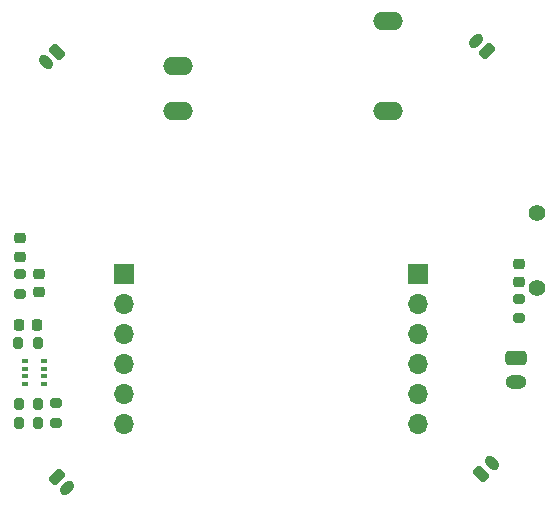
<source format=gbr>
%TF.GenerationSoftware,KiCad,Pcbnew,9.0.0*%
%TF.CreationDate,2025-04-14T11:35:23+05:30*%
%TF.ProjectId,esp32_quad_baro_bootser_nousb_BMP,65737033-325f-4717-9561-645f6261726f,rev?*%
%TF.SameCoordinates,Original*%
%TF.FileFunction,Soldermask,Bot*%
%TF.FilePolarity,Negative*%
%FSLAX46Y46*%
G04 Gerber Fmt 4.6, Leading zero omitted, Abs format (unit mm)*
G04 Created by KiCad (PCBNEW 9.0.0) date 2025-04-14 11:35:23*
%MOMM*%
%LPD*%
G01*
G04 APERTURE LIST*
G04 Aperture macros list*
%AMRoundRect*
0 Rectangle with rounded corners*
0 $1 Rounding radius*
0 $2 $3 $4 $5 $6 $7 $8 $9 X,Y pos of 4 corners*
0 Add a 4 corners polygon primitive as box body*
4,1,4,$2,$3,$4,$5,$6,$7,$8,$9,$2,$3,0*
0 Add four circle primitives for the rounded corners*
1,1,$1+$1,$2,$3*
1,1,$1+$1,$4,$5*
1,1,$1+$1,$6,$7*
1,1,$1+$1,$8,$9*
0 Add four rect primitives between the rounded corners*
20,1,$1+$1,$2,$3,$4,$5,0*
20,1,$1+$1,$4,$5,$6,$7,0*
20,1,$1+$1,$6,$7,$8,$9,0*
20,1,$1+$1,$8,$9,$2,$3,0*%
%AMHorizOval*
0 Thick line with rounded ends*
0 $1 width*
0 $2 $3 position (X,Y) of the first rounded end (center of the circle)*
0 $4 $5 position (X,Y) of the second rounded end (center of the circle)*
0 Add line between two ends*
20,1,$1,$2,$3,$4,$5,0*
0 Add two circle primitives to create the rounded ends*
1,1,$1,$2,$3*
1,1,$1,$4,$5*%
G04 Aperture macros list end*
%ADD10O,2.540000X1.524000*%
%ADD11RoundRect,0.250000X-0.650000X0.350000X-0.650000X-0.350000X0.650000X-0.350000X0.650000X0.350000X0*%
%ADD12O,1.800000X1.200000*%
%ADD13C,1.400000*%
%ADD14RoundRect,0.225000X-0.176777X0.494975X-0.494975X0.176777X0.176777X-0.494975X0.494975X-0.176777X0*%
%ADD15HorizOval,0.900000X-0.176777X0.176777X0.176777X-0.176777X0*%
%ADD16RoundRect,0.225000X0.176777X-0.494975X0.494975X-0.176777X-0.176777X0.494975X-0.494975X0.176777X0*%
%ADD17R,1.700000X1.700000*%
%ADD18O,1.700000X1.700000*%
%ADD19RoundRect,0.225000X0.494975X0.176777X0.176777X0.494975X-0.494975X-0.176777X-0.176777X-0.494975X0*%
%ADD20HorizOval,0.900000X0.176777X0.176777X-0.176777X-0.176777X0*%
%ADD21RoundRect,0.225000X-0.494975X-0.176777X-0.176777X-0.494975X0.494975X0.176777X0.176777X0.494975X0*%
%ADD22HorizOval,0.900000X-0.176777X-0.176777X0.176777X0.176777X0*%
%ADD23R,0.500000X0.350000*%
%ADD24RoundRect,0.225000X0.225000X0.250000X-0.225000X0.250000X-0.225000X-0.250000X0.225000X-0.250000X0*%
%ADD25RoundRect,0.218750X-0.256250X0.218750X-0.256250X-0.218750X0.256250X-0.218750X0.256250X0.218750X0*%
%ADD26RoundRect,0.200000X-0.200000X-0.275000X0.200000X-0.275000X0.200000X0.275000X-0.200000X0.275000X0*%
%ADD27RoundRect,0.200000X0.275000X-0.200000X0.275000X0.200000X-0.275000X0.200000X-0.275000X-0.200000X0*%
%ADD28RoundRect,0.225000X0.250000X-0.225000X0.250000X0.225000X-0.250000X0.225000X-0.250000X-0.225000X0*%
%ADD29RoundRect,0.200000X-0.275000X0.200000X-0.275000X-0.200000X0.275000X-0.200000X0.275000X0.200000X0*%
G04 APERTURE END LIST*
D10*
%TO.C,U2*%
X122967000Y-69660000D03*
X122967000Y-73470000D03*
X140747000Y-73470000D03*
X140747000Y-65850000D03*
%TD*%
D11*
%TO.C,J1*%
X151590000Y-94450000D03*
D12*
X151590000Y-96450000D03*
%TD*%
D13*
%TO.C,SW1*%
X153390000Y-88460000D03*
X153390000Y-82160000D03*
%TD*%
D14*
%TO.C,J5*%
X112697260Y-68502530D03*
D15*
X111813377Y-69386413D03*
%TD*%
D16*
%TO.C,J4*%
X148656117Y-104223883D03*
D15*
X149540000Y-103340000D03*
%TD*%
D17*
%TO.C,J8*%
X118358920Y-87313770D03*
D18*
X118358920Y-89853770D03*
X118358920Y-92393770D03*
X118358920Y-94933770D03*
X118358920Y-97473770D03*
X118358920Y-100013770D03*
%TD*%
D19*
%TO.C,J6*%
X149100540Y-68442840D03*
D20*
X148216657Y-67558957D03*
%TD*%
D21*
%TO.C,J2*%
X112712500Y-104505760D03*
D22*
X113596383Y-105389643D03*
%TD*%
D17*
%TO.C,J9*%
X143302990Y-87341710D03*
D18*
X143302990Y-89881710D03*
X143302990Y-92421710D03*
X143302990Y-94961710D03*
X143302990Y-97501710D03*
X143302990Y-100041710D03*
%TD*%
D23*
%TO.C,U1*%
X110000000Y-94680000D03*
X110000000Y-95330000D03*
X110000000Y-95980000D03*
X110000000Y-96630000D03*
X111600000Y-96630000D03*
X111600000Y-95980000D03*
X111600000Y-95330000D03*
X111600000Y-94680000D03*
%TD*%
D24*
%TO.C,C7*%
X111040000Y-91610000D03*
X109490000Y-91610000D03*
%TD*%
D25*
%TO.C,LED7*%
X109610000Y-84275000D03*
X109610000Y-85850000D03*
%TD*%
D26*
%TO.C,R4*%
X109490000Y-99890000D03*
X111140000Y-99890000D03*
%TD*%
D27*
%TO.C,R5*%
X112620000Y-99900000D03*
X112620000Y-98250000D03*
%TD*%
D28*
%TO.C,C6*%
X111190000Y-88870000D03*
X111190000Y-87320000D03*
%TD*%
D29*
%TO.C,R30*%
X109580000Y-87330000D03*
X109580000Y-88980000D03*
%TD*%
%TO.C,R31*%
X151810000Y-89395000D03*
X151810000Y-91045000D03*
%TD*%
D25*
%TO.C,LED8*%
X151840000Y-86440000D03*
X151840000Y-88015000D03*
%TD*%
D26*
%TO.C,R6*%
X109480000Y-98340000D03*
X111130000Y-98340000D03*
%TD*%
%TO.C,R3*%
X109420000Y-93140000D03*
X111070000Y-93140000D03*
%TD*%
M02*

</source>
